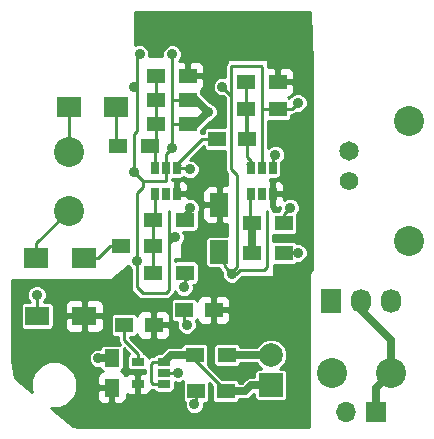
<source format=gbr>
G04 #@! TF.FileFunction,Copper,L1,Top,Signal*
%FSLAX46Y46*%
G04 Gerber Fmt 4.6, Leading zero omitted, Abs format (unit mm)*
G04 Created by KiCad (PCBNEW 4.0.1-stable) date 1/4/2017 6:58:48 PM*
%MOMM*%
G01*
G04 APERTURE LIST*
%ADD10C,0.150000*%
%ADD11R,2.000000X1.700000*%
%ADD12R,1.500000X1.250000*%
%ADD13R,1.250000X1.500000*%
%ADD14R,1.500000X1.300000*%
%ADD15C,2.540000*%
%ADD16R,0.650000X1.060000*%
%ADD17R,1.060000X0.650000*%
%ADD18R,2.000000X2.000000*%
%ADD19C,2.000000*%
%ADD20C,1.574800*%
%ADD21C,1.651000*%
%ADD22R,1.727200X2.032000*%
%ADD23O,1.727200X2.032000*%
%ADD24R,2.000000X1.600000*%
%ADD25R,1.600000X2.000000*%
%ADD26R,1.700000X1.700000*%
%ADD27O,1.700000X1.700000*%
%ADD28C,0.889000*%
%ADD29C,0.254000*%
%ADD30C,0.635000*%
G04 APERTURE END LIST*
D10*
D11*
X9250000Y-8500000D03*
X5250000Y-8500000D03*
X6500000Y-21250000D03*
X2500000Y-21250000D03*
D12*
X20300000Y-11176000D03*
X17800000Y-11176000D03*
D13*
X8890000Y-32238000D03*
X8890000Y-29738000D03*
D12*
X17506000Y-25654000D03*
X15006000Y-25654000D03*
X18522000Y-32512000D03*
X16022000Y-32512000D03*
X12426000Y-26924000D03*
X9926000Y-26924000D03*
D14*
X12100000Y-11750000D03*
X9400000Y-11750000D03*
X12350000Y-20250000D03*
X9650000Y-20250000D03*
X12620000Y-9906000D03*
X15320000Y-9906000D03*
X12620000Y-7874000D03*
X15320000Y-7874000D03*
X15100000Y-22500000D03*
X12400000Y-22500000D03*
X12400000Y-18000000D03*
X15100000Y-18000000D03*
X12620000Y-5842000D03*
X15320000Y-5842000D03*
X20240000Y-8636000D03*
X22940000Y-8636000D03*
X20240000Y-6350000D03*
X22940000Y-6350000D03*
X20748000Y-18288000D03*
X23448000Y-18288000D03*
X23448000Y-20828000D03*
X20748000Y-20828000D03*
X15922000Y-29464000D03*
X18622000Y-29464000D03*
D15*
X32512000Y-30988000D03*
X27512000Y-30988000D03*
X5240000Y-17242000D03*
X5240000Y-12242000D03*
D16*
X14412000Y-13632000D03*
X13462000Y-13632000D03*
X12512000Y-13632000D03*
X12512000Y-15832000D03*
X14412000Y-15832000D03*
X13462000Y-15832000D03*
X22540000Y-13632000D03*
X21590000Y-13632000D03*
X20640000Y-13632000D03*
X20640000Y-15832000D03*
X22540000Y-15832000D03*
X21590000Y-15832000D03*
D17*
X13292000Y-31938000D03*
X13292000Y-30988000D03*
X13292000Y-30038000D03*
X11092000Y-30038000D03*
X11092000Y-31938000D03*
D18*
X22352000Y-32004000D03*
D19*
X22352000Y-29464000D03*
D20*
X28956000Y-14732000D03*
D21*
X28956000Y-12192000D03*
D15*
X34036000Y-9652000D03*
X34036000Y-19812000D03*
D22*
X27432000Y-24892000D03*
D23*
X29972000Y-24892000D03*
X32512000Y-24892000D03*
D24*
X6572000Y-26162000D03*
X2572000Y-26162000D03*
D25*
X18000000Y-16750000D03*
X18000000Y-20750000D03*
D26*
X31242000Y-34290000D03*
D27*
X28702000Y-34290000D03*
D28*
X18250000Y-6750000D03*
X10750000Y-6750000D03*
X14250000Y-19500000D03*
X14000000Y-4000000D03*
X11250000Y-4000000D03*
X19050000Y-22606000D03*
X10750000Y-14000000D03*
X13970000Y-11938000D03*
X11000000Y-21500000D03*
X15000000Y-23750000D03*
X17018000Y-8890000D03*
X7750000Y-29750000D03*
X15240000Y-26924000D03*
X2540000Y-24384000D03*
X14478000Y-30988000D03*
X24638000Y-8128000D03*
X24638000Y-20828000D03*
X15875000Y-33655000D03*
X15500000Y-17000000D03*
X15500000Y-13750000D03*
X24000000Y-17000000D03*
X22750000Y-12500000D03*
D29*
X15320000Y-9906000D02*
X13970000Y-9906000D01*
X15320000Y-7874000D02*
X13970000Y-7874000D01*
X22940000Y-8636000D02*
X21590000Y-8636000D01*
X19000000Y-10000000D02*
X19000000Y-7500000D01*
X19000000Y-7500000D02*
X18250000Y-6750000D01*
X11000000Y-7500000D02*
X11000000Y-7000000D01*
X11000000Y-7000000D02*
X10750000Y-6750000D01*
X13750000Y-20000000D02*
X14250000Y-19500000D01*
X13750000Y-22750000D02*
X13750000Y-20000000D01*
X13970000Y-11938000D02*
X13970000Y-9906000D01*
X13970000Y-9906000D02*
X13970000Y-7874000D01*
X13970000Y-7874000D02*
X13970000Y-4030000D01*
X13970000Y-4030000D02*
X14000000Y-4000000D01*
X11000000Y-10500000D02*
X11000000Y-7500000D01*
X11000000Y-7500000D02*
X11000000Y-4250000D01*
X10750000Y-14000000D02*
X10750000Y-10750000D01*
X10750000Y-10750000D02*
X11000000Y-10500000D01*
X11000000Y-4250000D02*
X11250000Y-4000000D01*
X19050000Y-22606000D02*
X19394000Y-22606000D01*
X22000000Y-22000000D02*
X22000000Y-17250000D01*
X21750000Y-22250000D02*
X22000000Y-22000000D01*
X19750000Y-22250000D02*
X21750000Y-22250000D01*
X19394000Y-22606000D02*
X19750000Y-22250000D01*
X19050000Y-22606000D02*
X19050000Y-22450000D01*
X18542000Y-22098000D02*
X19050000Y-22606000D01*
X18000000Y-20750000D02*
X18542000Y-22098000D01*
X19500000Y-14250000D02*
X19000000Y-13750000D01*
X19500000Y-22000000D02*
X19500000Y-14250000D01*
X19050000Y-22450000D02*
X19500000Y-22000000D01*
X21590000Y-5090000D02*
X21500000Y-5000000D01*
X21590000Y-8636000D02*
X21590000Y-5090000D01*
X19000000Y-5000000D02*
X19000000Y-10000000D01*
X21500000Y-5000000D02*
X19000000Y-5000000D01*
X19000000Y-10000000D02*
X19000000Y-11250000D01*
X19000000Y-11250000D02*
X19000000Y-13750000D01*
X21590000Y-13632000D02*
X21590000Y-12700000D01*
X21590000Y-12700000D02*
X21590000Y-8636000D01*
X13462000Y-12446000D02*
X13970000Y-11938000D01*
X13462000Y-13632000D02*
X13462000Y-12446000D01*
X11000000Y-21500000D02*
X11000000Y-23750000D01*
X11500000Y-15250000D02*
X11000000Y-15750000D01*
X11000000Y-15750000D02*
X11000000Y-21500000D01*
X11500000Y-14750000D02*
X11500000Y-15250000D01*
X13750000Y-24000000D02*
X13750000Y-22750000D01*
X13750000Y-22750000D02*
X13750000Y-17250000D01*
X13500000Y-24250000D02*
X13750000Y-24000000D01*
X12750000Y-24250000D02*
X13500000Y-24250000D01*
X11500000Y-24250000D02*
X12750000Y-24250000D01*
X11000000Y-23750000D02*
X11500000Y-24250000D01*
X13462000Y-13632000D02*
X13462000Y-14712000D01*
X11500000Y-14750000D02*
X10750000Y-14000000D01*
X13424000Y-14750000D02*
X11500000Y-14750000D01*
X13462000Y-14712000D02*
X13424000Y-14750000D01*
X15100000Y-22500000D02*
X15100000Y-23650000D01*
X15100000Y-23650000D02*
X15000000Y-23750000D01*
X15320000Y-22930000D02*
X15250000Y-23000000D01*
D30*
X15320000Y-7874000D02*
X16002000Y-7874000D01*
X16002000Y-7874000D02*
X17018000Y-8890000D01*
X15320000Y-9906000D02*
X16002000Y-9906000D01*
X16002000Y-9906000D02*
X17018000Y-8890000D01*
X8890000Y-29738000D02*
X7762000Y-29738000D01*
X7762000Y-29738000D02*
X7750000Y-29750000D01*
D29*
X15006000Y-25654000D02*
X15006000Y-26690000D01*
X15006000Y-26690000D02*
X15240000Y-26924000D01*
X2572000Y-26162000D02*
X2572000Y-24416000D01*
X2572000Y-24416000D02*
X2540000Y-24384000D01*
X13292000Y-30988000D02*
X14478000Y-30988000D01*
X8890000Y-29738000D02*
X8890000Y-29718000D01*
X22940000Y-8636000D02*
X24130000Y-8636000D01*
X24130000Y-8636000D02*
X24638000Y-8128000D01*
X16002000Y-9906000D02*
X17018000Y-8890000D01*
X16002000Y-7874000D02*
X17018000Y-8890000D01*
X23448000Y-20828000D02*
X24638000Y-20828000D01*
X16022000Y-32512000D02*
X16022000Y-33508000D01*
X16022000Y-33508000D02*
X15875000Y-33655000D01*
X22540000Y-15832000D02*
X24918000Y-15832000D01*
X24918000Y-15832000D02*
X25000000Y-15750000D01*
X9250000Y-8500000D02*
X9250000Y-11600000D01*
X9250000Y-11600000D02*
X9400000Y-11750000D01*
X9650000Y-20250000D02*
X8750000Y-20250000D01*
X7750000Y-21250000D02*
X6500000Y-21250000D01*
X8750000Y-20250000D02*
X7750000Y-21250000D01*
D30*
X15922000Y-29464000D02*
X13866000Y-29464000D01*
X13866000Y-29464000D02*
X13292000Y-30038000D01*
X22352000Y-32004000D02*
X20701000Y-32004000D01*
X20701000Y-32004000D02*
X20193000Y-32512000D01*
X20193000Y-32512000D02*
X18522000Y-32512000D01*
D29*
X13866000Y-29464000D02*
X13292000Y-30038000D01*
X13292000Y-31938000D02*
X12380000Y-31938000D01*
X12380000Y-31938000D02*
X12192000Y-31750000D01*
X12192000Y-31750000D02*
X12192000Y-30226000D01*
X12192000Y-30226000D02*
X12380000Y-30038000D01*
X12380000Y-30038000D02*
X13292000Y-30038000D01*
X18522000Y-32512000D02*
X20193000Y-32512000D01*
X20193000Y-32512000D02*
X20701000Y-32004000D01*
X15922000Y-29464000D02*
X15922000Y-29912000D01*
X15922000Y-29912000D02*
X18522000Y-32512000D01*
X11092000Y-30038000D02*
X11092000Y-29380000D01*
X9926000Y-28214000D02*
X9926000Y-26924000D01*
X11092000Y-29380000D02*
X9926000Y-28214000D01*
D30*
X31242000Y-34290000D02*
X31242000Y-32258000D01*
X31242000Y-32258000D02*
X32512000Y-30988000D01*
X29972000Y-24892000D02*
X29972000Y-25654000D01*
X29972000Y-25654000D02*
X32512000Y-28194000D01*
X32512000Y-28194000D02*
X32512000Y-30988000D01*
D29*
X29972000Y-24892000D02*
X29972000Y-25908000D01*
X32512000Y-30988000D02*
X32512000Y-30734000D01*
D30*
X18622000Y-29464000D02*
X22352000Y-29464000D01*
D29*
X5240000Y-12242000D02*
X5240000Y-8510000D01*
X5240000Y-8510000D02*
X5250000Y-8500000D01*
X2500000Y-21250000D02*
X2500000Y-19982000D01*
X2500000Y-19982000D02*
X5240000Y-17242000D01*
X20240000Y-8636000D02*
X20240000Y-11116000D01*
X20240000Y-11116000D02*
X20300000Y-11176000D01*
X20640000Y-13632000D02*
X20640000Y-13020000D01*
X20300000Y-12680000D02*
X20300000Y-8696000D01*
X20640000Y-13020000D02*
X20300000Y-12680000D01*
X20300000Y-8696000D02*
X20240000Y-8636000D01*
X20240000Y-8636000D02*
X20240000Y-6350000D01*
X20320000Y-13312000D02*
X20640000Y-13632000D01*
X14412000Y-13632000D02*
X15382000Y-13632000D01*
X15500000Y-17000000D02*
X15100000Y-17400000D01*
X15382000Y-13632000D02*
X15500000Y-13750000D01*
X15100000Y-17400000D02*
X15100000Y-18000000D01*
X14412000Y-13632000D02*
X14412000Y-13274000D01*
X14412000Y-13274000D02*
X16510000Y-11176000D01*
X16510000Y-11176000D02*
X17800000Y-11176000D01*
X14412000Y-13632000D02*
X14662000Y-13382000D01*
X14412000Y-13632000D02*
X14478000Y-13566000D01*
X12512000Y-15832000D02*
X12512000Y-17888000D01*
X12512000Y-17888000D02*
X12400000Y-18000000D01*
X12350000Y-20250000D02*
X12350000Y-18050000D01*
X12350000Y-18050000D02*
X12400000Y-18000000D01*
X12400000Y-22500000D02*
X12400000Y-20300000D01*
X12400000Y-20300000D02*
X12350000Y-20250000D01*
D30*
X20748000Y-18288000D02*
X20748000Y-20828000D01*
D29*
X20748000Y-18288000D02*
X20574000Y-18114000D01*
X20574000Y-18114000D02*
X20574000Y-15898000D01*
X20574000Y-15898000D02*
X20640000Y-15832000D01*
X23448000Y-17552000D02*
X23448000Y-18288000D01*
X24000000Y-17000000D02*
X23448000Y-17552000D01*
X22540000Y-13632000D02*
X22540000Y-12710000D01*
X22540000Y-12710000D02*
X22750000Y-12500000D01*
X12620000Y-5842000D02*
X12620000Y-7874000D01*
X12620000Y-7874000D02*
X12620000Y-9906000D01*
X12620000Y-9906000D02*
X12620000Y-11230000D01*
X12620000Y-11230000D02*
X12100000Y-11750000D01*
X12512000Y-13632000D02*
X12512000Y-12162000D01*
X12512000Y-12162000D02*
X12100000Y-11750000D01*
X12700000Y-13444000D02*
X12512000Y-13632000D01*
G36*
X25873000Y-4753331D02*
X25873000Y-22197394D01*
X25660197Y-22410197D01*
X25632334Y-22452211D01*
X25623000Y-22500000D01*
X25623000Y-35569000D01*
X6042453Y-35569000D01*
X5567909Y-35474607D01*
X3775345Y-33980804D01*
X4392316Y-33981343D01*
X5120680Y-33680389D01*
X5678431Y-33123611D01*
X5927514Y-32523750D01*
X7630000Y-32523750D01*
X7630000Y-33114309D01*
X7726673Y-33347698D01*
X7905301Y-33526327D01*
X8138690Y-33623000D01*
X8604250Y-33623000D01*
X8763000Y-33464250D01*
X8763000Y-32365000D01*
X7788750Y-32365000D01*
X7630000Y-32523750D01*
X5927514Y-32523750D01*
X5980655Y-32395774D01*
X5981343Y-31607684D01*
X5680389Y-30879320D01*
X5123611Y-30321569D01*
X4395774Y-30019345D01*
X3607684Y-30018657D01*
X2879320Y-30319611D01*
X2321569Y-30876389D01*
X2019345Y-31604226D01*
X2018657Y-32392316D01*
X2097166Y-32582322D01*
X725778Y-31439498D01*
X431000Y-29957552D01*
X431000Y-29913482D01*
X6924357Y-29913482D01*
X7049767Y-30216998D01*
X7281781Y-30449417D01*
X7585077Y-30575357D01*
X7893024Y-30575625D01*
X7903103Y-30629190D01*
X7986546Y-30758865D01*
X8113866Y-30845859D01*
X8149130Y-30853000D01*
X8138690Y-30853000D01*
X7905301Y-30949673D01*
X7726673Y-31128302D01*
X7630000Y-31361691D01*
X7630000Y-31952250D01*
X7788750Y-32111000D01*
X8763000Y-32111000D01*
X8763000Y-32091000D01*
X9017000Y-32091000D01*
X9017000Y-32111000D01*
X9037000Y-32111000D01*
X9037000Y-32365000D01*
X9017000Y-32365000D01*
X9017000Y-33464250D01*
X9175750Y-33623000D01*
X9641310Y-33623000D01*
X9874699Y-33526327D01*
X10053327Y-33347698D01*
X10150000Y-33114309D01*
X10150000Y-32749025D01*
X10202302Y-32801327D01*
X10435691Y-32898000D01*
X10806250Y-32898000D01*
X10965000Y-32739250D01*
X10965000Y-32065000D01*
X10945000Y-32065000D01*
X10945000Y-31811000D01*
X10965000Y-31811000D01*
X10965000Y-31136750D01*
X10806250Y-30978000D01*
X10435691Y-30978000D01*
X10202302Y-31074673D01*
X10081253Y-31195721D01*
X10053327Y-31128302D01*
X9874699Y-30949673D01*
X9641310Y-30853000D01*
X9639699Y-30853000D01*
X9656190Y-30849897D01*
X9785865Y-30766454D01*
X9872859Y-30639134D01*
X9903464Y-30488000D01*
X9903464Y-28988000D01*
X9885358Y-28891778D01*
X10374489Y-29380909D01*
X10291135Y-29434546D01*
X10204141Y-29561866D01*
X10173536Y-29713000D01*
X10173536Y-30363000D01*
X10200103Y-30504190D01*
X10283546Y-30633865D01*
X10410866Y-30720859D01*
X10562000Y-30751464D01*
X11622000Y-30751464D01*
X11684000Y-30739798D01*
X11684000Y-30978000D01*
X11377750Y-30978000D01*
X11219000Y-31136750D01*
X11219000Y-31811000D01*
X11239000Y-31811000D01*
X11239000Y-32065000D01*
X11219000Y-32065000D01*
X11219000Y-32739250D01*
X11377750Y-32898000D01*
X11748309Y-32898000D01*
X11981698Y-32801327D01*
X12160327Y-32622699D01*
X12244668Y-32419081D01*
X12380000Y-32446000D01*
X12427007Y-32446000D01*
X12483546Y-32533865D01*
X12610866Y-32620859D01*
X12762000Y-32651464D01*
X13822000Y-32651464D01*
X13963190Y-32624897D01*
X14092865Y-32541454D01*
X14179859Y-32414134D01*
X14210464Y-32263000D01*
X14210464Y-31770748D01*
X14313077Y-31813357D01*
X14641482Y-31813643D01*
X14944998Y-31688233D01*
X14950311Y-31682929D01*
X14914141Y-31735866D01*
X14883536Y-31887000D01*
X14883536Y-33137000D01*
X14910103Y-33278190D01*
X14993546Y-33407865D01*
X15063837Y-33455893D01*
X15049643Y-33490077D01*
X15049357Y-33818482D01*
X15174767Y-34121998D01*
X15406781Y-34354417D01*
X15710077Y-34480357D01*
X16038482Y-34480643D01*
X16341998Y-34355233D01*
X16574417Y-34123219D01*
X16700357Y-33819923D01*
X16700613Y-33525464D01*
X16772000Y-33525464D01*
X16913190Y-33498897D01*
X17042865Y-33415454D01*
X17129859Y-33288134D01*
X17160464Y-33137000D01*
X17160464Y-31887000D01*
X17156265Y-31864685D01*
X17383536Y-32091956D01*
X17383536Y-33137000D01*
X17410103Y-33278190D01*
X17493546Y-33407865D01*
X17620866Y-33494859D01*
X17772000Y-33525464D01*
X19272000Y-33525464D01*
X19413190Y-33498897D01*
X19542865Y-33415454D01*
X19629859Y-33288134D01*
X19645580Y-33210500D01*
X20193000Y-33210500D01*
X20460305Y-33157330D01*
X20686914Y-33005914D01*
X20963536Y-32729292D01*
X20963536Y-33004000D01*
X20990103Y-33145190D01*
X21073546Y-33274865D01*
X21200866Y-33361859D01*
X21352000Y-33392464D01*
X23352000Y-33392464D01*
X23493190Y-33365897D01*
X23622865Y-33282454D01*
X23709859Y-33155134D01*
X23740464Y-33004000D01*
X23740464Y-31004000D01*
X23713897Y-30862810D01*
X23630454Y-30733135D01*
X23503134Y-30646141D01*
X23352000Y-30615536D01*
X23153187Y-30615536D01*
X23522072Y-30247295D01*
X23732759Y-29739903D01*
X23733239Y-29190507D01*
X23523437Y-28682749D01*
X23135295Y-28293928D01*
X22627903Y-28083241D01*
X22078507Y-28082761D01*
X21570749Y-28292563D01*
X21181928Y-28680705D01*
X21146718Y-28765500D01*
X19751338Y-28765500D01*
X19733897Y-28672810D01*
X19650454Y-28543135D01*
X19523134Y-28456141D01*
X19372000Y-28425536D01*
X17872000Y-28425536D01*
X17730810Y-28452103D01*
X17601135Y-28535546D01*
X17514141Y-28662866D01*
X17483536Y-28814000D01*
X17483536Y-30114000D01*
X17510103Y-30255190D01*
X17593546Y-30384865D01*
X17720866Y-30471859D01*
X17872000Y-30502464D01*
X19372000Y-30502464D01*
X19513190Y-30475897D01*
X19642865Y-30392454D01*
X19729859Y-30265134D01*
X19750643Y-30162500D01*
X21146371Y-30162500D01*
X21180563Y-30245251D01*
X21550201Y-30615536D01*
X21352000Y-30615536D01*
X21210810Y-30642103D01*
X21081135Y-30725546D01*
X20994141Y-30852866D01*
X20963536Y-31004000D01*
X20963536Y-31305500D01*
X20701000Y-31305500D01*
X20433696Y-31358670D01*
X20279252Y-31461866D01*
X20207086Y-31510086D01*
X19903672Y-31813500D01*
X19646634Y-31813500D01*
X19633897Y-31745810D01*
X19550454Y-31616135D01*
X19423134Y-31529141D01*
X19272000Y-31498536D01*
X18226956Y-31498536D01*
X17015122Y-30286702D01*
X17029859Y-30265134D01*
X17060464Y-30114000D01*
X17060464Y-28814000D01*
X17033897Y-28672810D01*
X16950454Y-28543135D01*
X16823134Y-28456141D01*
X16672000Y-28425536D01*
X15172000Y-28425536D01*
X15030810Y-28452103D01*
X14901135Y-28535546D01*
X14814141Y-28662866D01*
X14793357Y-28765500D01*
X13866000Y-28765500D01*
X13598696Y-28818670D01*
X13372086Y-28970086D01*
X13017636Y-29324536D01*
X12762000Y-29324536D01*
X12620810Y-29351103D01*
X12491135Y-29434546D01*
X12425914Y-29530000D01*
X12380000Y-29530000D01*
X12185596Y-29568669D01*
X12020790Y-29678790D01*
X12006682Y-29692898D01*
X11983897Y-29571810D01*
X11900454Y-29442135D01*
X11773134Y-29355141D01*
X11622000Y-29324536D01*
X11588968Y-29324536D01*
X11561331Y-29185597D01*
X11451210Y-29020790D01*
X10434000Y-28003580D01*
X10434000Y-27937464D01*
X10676000Y-27937464D01*
X10817190Y-27910897D01*
X10946865Y-27827454D01*
X11033859Y-27700134D01*
X11041000Y-27664870D01*
X11041000Y-27675310D01*
X11137673Y-27908699D01*
X11316302Y-28087327D01*
X11549691Y-28184000D01*
X12140250Y-28184000D01*
X12299000Y-28025250D01*
X12299000Y-27051000D01*
X12553000Y-27051000D01*
X12553000Y-28025250D01*
X12711750Y-28184000D01*
X13302309Y-28184000D01*
X13535698Y-28087327D01*
X13714327Y-27908699D01*
X13811000Y-27675310D01*
X13811000Y-27209750D01*
X13652250Y-27051000D01*
X12553000Y-27051000D01*
X12299000Y-27051000D01*
X12279000Y-27051000D01*
X12279000Y-26797000D01*
X12299000Y-26797000D01*
X12299000Y-25822750D01*
X12553000Y-25822750D01*
X12553000Y-26797000D01*
X13652250Y-26797000D01*
X13811000Y-26638250D01*
X13811000Y-26172690D01*
X13714327Y-25939301D01*
X13535698Y-25760673D01*
X13302309Y-25664000D01*
X12711750Y-25664000D01*
X12553000Y-25822750D01*
X12299000Y-25822750D01*
X12140250Y-25664000D01*
X11549691Y-25664000D01*
X11316302Y-25760673D01*
X11137673Y-25939301D01*
X11041000Y-26172690D01*
X11041000Y-26174301D01*
X11037897Y-26157810D01*
X10954454Y-26028135D01*
X10827134Y-25941141D01*
X10676000Y-25910536D01*
X9176000Y-25910536D01*
X9034810Y-25937103D01*
X8905135Y-26020546D01*
X8818141Y-26147866D01*
X8787536Y-26299000D01*
X8787536Y-27549000D01*
X8814103Y-27690190D01*
X8897546Y-27819865D01*
X9024866Y-27906859D01*
X9176000Y-27937464D01*
X9418000Y-27937464D01*
X9418000Y-28214000D01*
X9456669Y-28408403D01*
X9566790Y-28573210D01*
X9612951Y-28619371D01*
X9515000Y-28599536D01*
X8265000Y-28599536D01*
X8123810Y-28626103D01*
X7994135Y-28709546D01*
X7907141Y-28836866D01*
X7889370Y-28924621D01*
X7586518Y-28924357D01*
X7283002Y-29049767D01*
X7050583Y-29281781D01*
X6924643Y-29585077D01*
X6924357Y-29913482D01*
X431000Y-29913482D01*
X431000Y-25362000D01*
X1183536Y-25362000D01*
X1183536Y-26962000D01*
X1210103Y-27103190D01*
X1293546Y-27232865D01*
X1420866Y-27319859D01*
X1572000Y-27350464D01*
X3572000Y-27350464D01*
X3713190Y-27323897D01*
X3842865Y-27240454D01*
X3929859Y-27113134D01*
X3960464Y-26962000D01*
X3960464Y-26447750D01*
X4937000Y-26447750D01*
X4937000Y-27088310D01*
X5033673Y-27321699D01*
X5212302Y-27500327D01*
X5445691Y-27597000D01*
X6286250Y-27597000D01*
X6445000Y-27438250D01*
X6445000Y-26289000D01*
X6699000Y-26289000D01*
X6699000Y-27438250D01*
X6857750Y-27597000D01*
X7698309Y-27597000D01*
X7931698Y-27500327D01*
X8110327Y-27321699D01*
X8207000Y-27088310D01*
X8207000Y-26447750D01*
X8048250Y-26289000D01*
X6699000Y-26289000D01*
X6445000Y-26289000D01*
X5095750Y-26289000D01*
X4937000Y-26447750D01*
X3960464Y-26447750D01*
X3960464Y-25362000D01*
X3936697Y-25235690D01*
X4937000Y-25235690D01*
X4937000Y-25876250D01*
X5095750Y-26035000D01*
X6445000Y-26035000D01*
X6445000Y-24885750D01*
X6699000Y-24885750D01*
X6699000Y-26035000D01*
X8048250Y-26035000D01*
X8207000Y-25876250D01*
X8207000Y-25235690D01*
X8121387Y-25029000D01*
X13867536Y-25029000D01*
X13867536Y-26279000D01*
X13894103Y-26420190D01*
X13977546Y-26549865D01*
X14104866Y-26636859D01*
X14256000Y-26667464D01*
X14452684Y-26667464D01*
X14414643Y-26759077D01*
X14414357Y-27087482D01*
X14539767Y-27390998D01*
X14771781Y-27623417D01*
X15075077Y-27749357D01*
X15403482Y-27749643D01*
X15706998Y-27624233D01*
X15939417Y-27392219D01*
X16065357Y-27088923D01*
X16065643Y-26760518D01*
X15991217Y-26580393D01*
X16026865Y-26557454D01*
X16113859Y-26430134D01*
X16121000Y-26394870D01*
X16121000Y-26405310D01*
X16217673Y-26638699D01*
X16396302Y-26817327D01*
X16629691Y-26914000D01*
X17220250Y-26914000D01*
X17379000Y-26755250D01*
X17379000Y-25781000D01*
X17633000Y-25781000D01*
X17633000Y-26755250D01*
X17791750Y-26914000D01*
X18382309Y-26914000D01*
X18615698Y-26817327D01*
X18794327Y-26638699D01*
X18891000Y-26405310D01*
X18891000Y-25939750D01*
X18732250Y-25781000D01*
X17633000Y-25781000D01*
X17379000Y-25781000D01*
X17359000Y-25781000D01*
X17359000Y-25527000D01*
X17379000Y-25527000D01*
X17379000Y-24552750D01*
X17633000Y-24552750D01*
X17633000Y-25527000D01*
X18732250Y-25527000D01*
X18891000Y-25368250D01*
X18891000Y-24902690D01*
X18794327Y-24669301D01*
X18615698Y-24490673D01*
X18382309Y-24394000D01*
X17791750Y-24394000D01*
X17633000Y-24552750D01*
X17379000Y-24552750D01*
X17220250Y-24394000D01*
X16629691Y-24394000D01*
X16396302Y-24490673D01*
X16217673Y-24669301D01*
X16121000Y-24902690D01*
X16121000Y-24904301D01*
X16117897Y-24887810D01*
X16034454Y-24758135D01*
X15907134Y-24671141D01*
X15756000Y-24640536D01*
X14256000Y-24640536D01*
X14114810Y-24667103D01*
X13985135Y-24750546D01*
X13898141Y-24877866D01*
X13867536Y-25029000D01*
X8121387Y-25029000D01*
X8110327Y-25002301D01*
X7931698Y-24823673D01*
X7698309Y-24727000D01*
X6857750Y-24727000D01*
X6699000Y-24885750D01*
X6445000Y-24885750D01*
X6286250Y-24727000D01*
X5445691Y-24727000D01*
X5212302Y-24823673D01*
X5033673Y-25002301D01*
X4937000Y-25235690D01*
X3936697Y-25235690D01*
X3933897Y-25220810D01*
X3850454Y-25091135D01*
X3723134Y-25004141D01*
X3572000Y-24973536D01*
X3117888Y-24973536D01*
X3239417Y-24852219D01*
X3365357Y-24548923D01*
X3365643Y-24220518D01*
X3240233Y-23917002D01*
X3008219Y-23684583D01*
X2704923Y-23558643D01*
X2376518Y-23558357D01*
X2073002Y-23683767D01*
X1840583Y-23915781D01*
X1714643Y-24219077D01*
X1714357Y-24547482D01*
X1839767Y-24850998D01*
X1962091Y-24973536D01*
X1572000Y-24973536D01*
X1430810Y-25000103D01*
X1301135Y-25083546D01*
X1214141Y-25210866D01*
X1183536Y-25362000D01*
X431000Y-25362000D01*
X431000Y-23127000D01*
X8750000Y-23127000D01*
X8782826Y-23122684D01*
X8827970Y-23100248D01*
X10296177Y-21958309D01*
X10299767Y-21966998D01*
X10492000Y-22159567D01*
X10492000Y-23750000D01*
X10530669Y-23944403D01*
X10640790Y-24109210D01*
X11140790Y-24609210D01*
X11305597Y-24719331D01*
X11500000Y-24758000D01*
X13500000Y-24758000D01*
X13694403Y-24719331D01*
X13859210Y-24609210D01*
X14109210Y-24359211D01*
X14219331Y-24194404D01*
X14226572Y-24158000D01*
X14242436Y-24078246D01*
X14299767Y-24216998D01*
X14531781Y-24449417D01*
X14835077Y-24575357D01*
X15163482Y-24575643D01*
X15466998Y-24450233D01*
X15699417Y-24218219D01*
X15825357Y-23914923D01*
X15825643Y-23586518D01*
X15805788Y-23538464D01*
X15850000Y-23538464D01*
X15991190Y-23511897D01*
X16120865Y-23428454D01*
X16207859Y-23301134D01*
X16238464Y-23150000D01*
X16238464Y-21850000D01*
X16211897Y-21708810D01*
X16128454Y-21579135D01*
X16001134Y-21492141D01*
X15850000Y-21461536D01*
X14350000Y-21461536D01*
X14258000Y-21478847D01*
X14258000Y-21377000D01*
X14750000Y-21377000D01*
X14796159Y-21368315D01*
X14838553Y-21341035D01*
X14866994Y-21299410D01*
X14877000Y-21250000D01*
X14877000Y-20040510D01*
X14949417Y-19968219D01*
X15075357Y-19664923D01*
X15075643Y-19336518D01*
X14952490Y-19038464D01*
X15850000Y-19038464D01*
X15991190Y-19011897D01*
X16120865Y-18928454D01*
X16207859Y-18801134D01*
X16238464Y-18650000D01*
X16238464Y-17374184D01*
X16325357Y-17164923D01*
X16325469Y-17035750D01*
X16565000Y-17035750D01*
X16565000Y-17876309D01*
X16661673Y-18109698D01*
X16840301Y-18288327D01*
X17073690Y-18385000D01*
X17714250Y-18385000D01*
X17873000Y-18226250D01*
X17873000Y-16877000D01*
X16723750Y-16877000D01*
X16565000Y-17035750D01*
X16325469Y-17035750D01*
X16325643Y-16836518D01*
X16200233Y-16533002D01*
X15968219Y-16300583D01*
X15664923Y-16174643D01*
X15372000Y-16174388D01*
X15372000Y-16117750D01*
X15213250Y-15959000D01*
X14539000Y-15959000D01*
X14539000Y-15979000D01*
X14285000Y-15979000D01*
X14285000Y-15959000D01*
X14265000Y-15959000D01*
X14265000Y-15705000D01*
X14285000Y-15705000D01*
X14285000Y-14825750D01*
X14539000Y-14825750D01*
X14539000Y-15705000D01*
X15213250Y-15705000D01*
X15294559Y-15623691D01*
X16565000Y-15623691D01*
X16565000Y-16464250D01*
X16723750Y-16623000D01*
X17873000Y-16623000D01*
X17873000Y-15273750D01*
X17714250Y-15115000D01*
X17073690Y-15115000D01*
X16840301Y-15211673D01*
X16661673Y-15390302D01*
X16565000Y-15623691D01*
X15294559Y-15623691D01*
X15372000Y-15546250D01*
X15372000Y-15175691D01*
X15275327Y-14942302D01*
X15096699Y-14763673D01*
X14863310Y-14667000D01*
X14697750Y-14667000D01*
X14539000Y-14825750D01*
X14285000Y-14825750D01*
X14126250Y-14667000D01*
X13970000Y-14667000D01*
X13970000Y-14526771D01*
X14087000Y-14550464D01*
X14737000Y-14550464D01*
X14878190Y-14523897D01*
X15007865Y-14440454D01*
X15013947Y-14431552D01*
X15031781Y-14449417D01*
X15335077Y-14575357D01*
X15663482Y-14575643D01*
X15966998Y-14450233D01*
X16199417Y-14218219D01*
X16325357Y-13914923D01*
X16325643Y-13586518D01*
X16200233Y-13283002D01*
X15968219Y-13050583D01*
X15664923Y-12924643D01*
X15479938Y-12924482D01*
X16661536Y-11742884D01*
X16661536Y-11801000D01*
X16688103Y-11942190D01*
X16771546Y-12071865D01*
X16898866Y-12158859D01*
X17050000Y-12189464D01*
X18492000Y-12189464D01*
X18492000Y-13750000D01*
X18530669Y-13944403D01*
X18623000Y-14082586D01*
X18623000Y-15115000D01*
X18285750Y-15115000D01*
X18127000Y-15273750D01*
X18127000Y-16623000D01*
X18147000Y-16623000D01*
X18147000Y-16877000D01*
X18127000Y-16877000D01*
X18127000Y-18226250D01*
X18285750Y-18385000D01*
X18623000Y-18385000D01*
X18623000Y-19361536D01*
X17200000Y-19361536D01*
X17058810Y-19388103D01*
X16929135Y-19471546D01*
X16842141Y-19598866D01*
X16811536Y-19750000D01*
X16811536Y-21750000D01*
X16838103Y-21891190D01*
X16921546Y-22020865D01*
X17048866Y-22107859D01*
X17200000Y-22138464D01*
X18010744Y-22138464D01*
X18070672Y-22287510D01*
X18072144Y-22289763D01*
X18072669Y-22292403D01*
X18126273Y-22372626D01*
X18179072Y-22453454D01*
X18181296Y-22454973D01*
X18182790Y-22457210D01*
X18224593Y-22499013D01*
X18224357Y-22769482D01*
X18349767Y-23072998D01*
X18581781Y-23305417D01*
X18885077Y-23431357D01*
X19213482Y-23431643D01*
X19516998Y-23306233D01*
X19749417Y-23074219D01*
X19824131Y-22894289D01*
X19841420Y-22877000D01*
X22500000Y-22877000D01*
X22551484Y-22866097D01*
X22592596Y-22836920D01*
X22619117Y-22794047D01*
X22626869Y-22744233D01*
X22585939Y-21843771D01*
X22698000Y-21866464D01*
X24198000Y-21866464D01*
X24339190Y-21839897D01*
X24468865Y-21756454D01*
X24539269Y-21653415D01*
X24801482Y-21653643D01*
X25104998Y-21528233D01*
X25337417Y-21296219D01*
X25463357Y-20992923D01*
X25463643Y-20664518D01*
X25338233Y-20361002D01*
X25106219Y-20128583D01*
X24802923Y-20002643D01*
X24537763Y-20002412D01*
X24476454Y-19907135D01*
X24349134Y-19820141D01*
X24198000Y-19789536D01*
X22698000Y-19789536D01*
X22556810Y-19816103D01*
X22508000Y-19847511D01*
X22508000Y-19269303D01*
X22546866Y-19295859D01*
X22698000Y-19326464D01*
X24198000Y-19326464D01*
X24339190Y-19299897D01*
X24468865Y-19216454D01*
X24555859Y-19089134D01*
X24586464Y-18938000D01*
X24586464Y-17638000D01*
X24577431Y-17589993D01*
X24699417Y-17468219D01*
X24825357Y-17164923D01*
X24825643Y-16836518D01*
X24700233Y-16533002D01*
X24468219Y-16300583D01*
X24164923Y-16174643D01*
X23836518Y-16174357D01*
X23533002Y-16299767D01*
X23500000Y-16332711D01*
X23500000Y-16117750D01*
X23341250Y-15959000D01*
X22667000Y-15959000D01*
X22667000Y-16838250D01*
X22825750Y-16997000D01*
X22991310Y-16997000D01*
X23174568Y-16921092D01*
X23174406Y-17107174D01*
X23088790Y-17192790D01*
X23050873Y-17249536D01*
X22698000Y-17249536D01*
X22556810Y-17276103D01*
X22508000Y-17307511D01*
X22508000Y-17250000D01*
X22469331Y-17055597D01*
X22360920Y-16893349D01*
X22360788Y-16890462D01*
X22413000Y-16838250D01*
X22413000Y-15959000D01*
X22393000Y-15959000D01*
X22393000Y-15705000D01*
X22413000Y-15705000D01*
X22413000Y-14825750D01*
X22667000Y-14825750D01*
X22667000Y-15705000D01*
X23341250Y-15705000D01*
X23500000Y-15546250D01*
X23500000Y-15175691D01*
X23403327Y-14942302D01*
X23224699Y-14763673D01*
X22991310Y-14667000D01*
X22825750Y-14667000D01*
X22667000Y-14825750D01*
X22413000Y-14825750D01*
X22259983Y-14672733D01*
X22254425Y-14550464D01*
X22865000Y-14550464D01*
X23006190Y-14523897D01*
X23135865Y-14440454D01*
X23222859Y-14313134D01*
X23253464Y-14162000D01*
X23253464Y-13163831D01*
X23449417Y-12968219D01*
X23575357Y-12664923D01*
X23575643Y-12336518D01*
X23450233Y-12033002D01*
X23218219Y-11800583D01*
X22914923Y-11674643D01*
X22586518Y-11674357D01*
X22283002Y-11799767D01*
X22136061Y-11946452D01*
X22127000Y-11747115D01*
X22127000Y-9661706D01*
X22190000Y-9674464D01*
X23690000Y-9674464D01*
X23831190Y-9647897D01*
X23960865Y-9564454D01*
X24047859Y-9437134D01*
X24078464Y-9286000D01*
X24078464Y-9144000D01*
X24130000Y-9144000D01*
X24324403Y-9105331D01*
X24489210Y-8995210D01*
X24531013Y-8953407D01*
X24801482Y-8953643D01*
X25104998Y-8828233D01*
X25337417Y-8596219D01*
X25463357Y-8292923D01*
X25463643Y-7964518D01*
X25338233Y-7661002D01*
X25106219Y-7428583D01*
X24802923Y-7302643D01*
X24474518Y-7302357D01*
X24171002Y-7427767D01*
X23938583Y-7659781D01*
X23927280Y-7687002D01*
X23841134Y-7628141D01*
X23835582Y-7627017D01*
X24049698Y-7538327D01*
X24228327Y-7359699D01*
X24325000Y-7126310D01*
X24325000Y-6635750D01*
X24166250Y-6477000D01*
X23067000Y-6477000D01*
X23067000Y-6497000D01*
X22813000Y-6497000D01*
X22813000Y-6477000D01*
X22793000Y-6477000D01*
X22793000Y-6223000D01*
X22813000Y-6223000D01*
X22813000Y-5223750D01*
X23067000Y-5223750D01*
X23067000Y-6223000D01*
X24166250Y-6223000D01*
X24325000Y-6064250D01*
X24325000Y-5573690D01*
X24228327Y-5340301D01*
X24049698Y-5161673D01*
X23816309Y-5065000D01*
X23225750Y-5065000D01*
X23067000Y-5223750D01*
X22813000Y-5223750D01*
X22654250Y-5065000D01*
X22127000Y-5065000D01*
X22127000Y-4500000D01*
X22118315Y-4453841D01*
X22091035Y-4411447D01*
X22049410Y-4383006D01*
X22000000Y-4373000D01*
X18750000Y-4373000D01*
X18703841Y-4381685D01*
X18661447Y-4408965D01*
X18633006Y-4450590D01*
X18623000Y-4500000D01*
X18623000Y-4667414D01*
X18530669Y-4805597D01*
X18492000Y-5000000D01*
X18492000Y-5956648D01*
X18414923Y-5924643D01*
X18086518Y-5924357D01*
X17783002Y-6049767D01*
X17550583Y-6281781D01*
X17424643Y-6585077D01*
X17424357Y-6913482D01*
X17549767Y-7216998D01*
X17781781Y-7449417D01*
X18085077Y-7575357D01*
X18357174Y-7575594D01*
X18492000Y-7710420D01*
X18492000Y-10162536D01*
X17050000Y-10162536D01*
X16908810Y-10189103D01*
X16779135Y-10272546D01*
X16692141Y-10399866D01*
X16661536Y-10551000D01*
X16661536Y-10668000D01*
X16510000Y-10668000D01*
X16432669Y-10683382D01*
X16458464Y-10556000D01*
X16458464Y-10424937D01*
X16495914Y-10399914D01*
X17180186Y-9715642D01*
X17181482Y-9715643D01*
X17484998Y-9590233D01*
X17717417Y-9358219D01*
X17843357Y-9054923D01*
X17843643Y-8726518D01*
X17718233Y-8423002D01*
X17486219Y-8190583D01*
X17182923Y-8064643D01*
X17180469Y-8064641D01*
X16495914Y-7380086D01*
X16458464Y-7355063D01*
X16458464Y-7224000D01*
X16431897Y-7082810D01*
X16404770Y-7040653D01*
X16429698Y-7030327D01*
X16608327Y-6851699D01*
X16705000Y-6618310D01*
X16705000Y-6127750D01*
X16546250Y-5969000D01*
X15447000Y-5969000D01*
X15447000Y-5989000D01*
X15193000Y-5989000D01*
X15193000Y-5969000D01*
X15173000Y-5969000D01*
X15173000Y-5715000D01*
X15193000Y-5715000D01*
X15193000Y-4715750D01*
X15447000Y-4715750D01*
X15447000Y-5715000D01*
X16546250Y-5715000D01*
X16705000Y-5556250D01*
X16705000Y-5065690D01*
X16608327Y-4832301D01*
X16429698Y-4653673D01*
X16196309Y-4557000D01*
X15605750Y-4557000D01*
X15447000Y-4715750D01*
X15193000Y-4715750D01*
X15034250Y-4557000D01*
X14610481Y-4557000D01*
X14699417Y-4468219D01*
X14825357Y-4164923D01*
X14825643Y-3836518D01*
X14700233Y-3533002D01*
X14468219Y-3300583D01*
X14164923Y-3174643D01*
X13836518Y-3174357D01*
X13533002Y-3299767D01*
X13300583Y-3531781D01*
X13174643Y-3835077D01*
X13174392Y-4123000D01*
X12075394Y-4123000D01*
X12075643Y-3836518D01*
X11950233Y-3533002D01*
X11718219Y-3300583D01*
X11414923Y-3174643D01*
X11086518Y-3174357D01*
X10877000Y-3260928D01*
X10877000Y-431000D01*
X25645509Y-431000D01*
X25873000Y-4753331D01*
X25873000Y-4753331D01*
G37*
X25873000Y-4753331D02*
X25873000Y-22197394D01*
X25660197Y-22410197D01*
X25632334Y-22452211D01*
X25623000Y-22500000D01*
X25623000Y-35569000D01*
X6042453Y-35569000D01*
X5567909Y-35474607D01*
X3775345Y-33980804D01*
X4392316Y-33981343D01*
X5120680Y-33680389D01*
X5678431Y-33123611D01*
X5927514Y-32523750D01*
X7630000Y-32523750D01*
X7630000Y-33114309D01*
X7726673Y-33347698D01*
X7905301Y-33526327D01*
X8138690Y-33623000D01*
X8604250Y-33623000D01*
X8763000Y-33464250D01*
X8763000Y-32365000D01*
X7788750Y-32365000D01*
X7630000Y-32523750D01*
X5927514Y-32523750D01*
X5980655Y-32395774D01*
X5981343Y-31607684D01*
X5680389Y-30879320D01*
X5123611Y-30321569D01*
X4395774Y-30019345D01*
X3607684Y-30018657D01*
X2879320Y-30319611D01*
X2321569Y-30876389D01*
X2019345Y-31604226D01*
X2018657Y-32392316D01*
X2097166Y-32582322D01*
X725778Y-31439498D01*
X431000Y-29957552D01*
X431000Y-29913482D01*
X6924357Y-29913482D01*
X7049767Y-30216998D01*
X7281781Y-30449417D01*
X7585077Y-30575357D01*
X7893024Y-30575625D01*
X7903103Y-30629190D01*
X7986546Y-30758865D01*
X8113866Y-30845859D01*
X8149130Y-30853000D01*
X8138690Y-30853000D01*
X7905301Y-30949673D01*
X7726673Y-31128302D01*
X7630000Y-31361691D01*
X7630000Y-31952250D01*
X7788750Y-32111000D01*
X8763000Y-32111000D01*
X8763000Y-32091000D01*
X9017000Y-32091000D01*
X9017000Y-32111000D01*
X9037000Y-32111000D01*
X9037000Y-32365000D01*
X9017000Y-32365000D01*
X9017000Y-33464250D01*
X9175750Y-33623000D01*
X9641310Y-33623000D01*
X9874699Y-33526327D01*
X10053327Y-33347698D01*
X10150000Y-33114309D01*
X10150000Y-32749025D01*
X10202302Y-32801327D01*
X10435691Y-32898000D01*
X10806250Y-32898000D01*
X10965000Y-32739250D01*
X10965000Y-32065000D01*
X10945000Y-32065000D01*
X10945000Y-31811000D01*
X10965000Y-31811000D01*
X10965000Y-31136750D01*
X10806250Y-30978000D01*
X10435691Y-30978000D01*
X10202302Y-31074673D01*
X10081253Y-31195721D01*
X10053327Y-31128302D01*
X9874699Y-30949673D01*
X9641310Y-30853000D01*
X9639699Y-30853000D01*
X9656190Y-30849897D01*
X9785865Y-30766454D01*
X9872859Y-30639134D01*
X9903464Y-30488000D01*
X9903464Y-28988000D01*
X9885358Y-28891778D01*
X10374489Y-29380909D01*
X10291135Y-29434546D01*
X10204141Y-29561866D01*
X10173536Y-29713000D01*
X10173536Y-30363000D01*
X10200103Y-30504190D01*
X10283546Y-30633865D01*
X10410866Y-30720859D01*
X10562000Y-30751464D01*
X11622000Y-30751464D01*
X11684000Y-30739798D01*
X11684000Y-30978000D01*
X11377750Y-30978000D01*
X11219000Y-31136750D01*
X11219000Y-31811000D01*
X11239000Y-31811000D01*
X11239000Y-32065000D01*
X11219000Y-32065000D01*
X11219000Y-32739250D01*
X11377750Y-32898000D01*
X11748309Y-32898000D01*
X11981698Y-32801327D01*
X12160327Y-32622699D01*
X12244668Y-32419081D01*
X12380000Y-32446000D01*
X12427007Y-32446000D01*
X12483546Y-32533865D01*
X12610866Y-32620859D01*
X12762000Y-32651464D01*
X13822000Y-32651464D01*
X13963190Y-32624897D01*
X14092865Y-32541454D01*
X14179859Y-32414134D01*
X14210464Y-32263000D01*
X14210464Y-31770748D01*
X14313077Y-31813357D01*
X14641482Y-31813643D01*
X14944998Y-31688233D01*
X14950311Y-31682929D01*
X14914141Y-31735866D01*
X14883536Y-31887000D01*
X14883536Y-33137000D01*
X14910103Y-33278190D01*
X14993546Y-33407865D01*
X15063837Y-33455893D01*
X15049643Y-33490077D01*
X15049357Y-33818482D01*
X15174767Y-34121998D01*
X15406781Y-34354417D01*
X15710077Y-34480357D01*
X16038482Y-34480643D01*
X16341998Y-34355233D01*
X16574417Y-34123219D01*
X16700357Y-33819923D01*
X16700613Y-33525464D01*
X16772000Y-33525464D01*
X16913190Y-33498897D01*
X17042865Y-33415454D01*
X17129859Y-33288134D01*
X17160464Y-33137000D01*
X17160464Y-31887000D01*
X17156265Y-31864685D01*
X17383536Y-32091956D01*
X17383536Y-33137000D01*
X17410103Y-33278190D01*
X17493546Y-33407865D01*
X17620866Y-33494859D01*
X17772000Y-33525464D01*
X19272000Y-33525464D01*
X19413190Y-33498897D01*
X19542865Y-33415454D01*
X19629859Y-33288134D01*
X19645580Y-33210500D01*
X20193000Y-33210500D01*
X20460305Y-33157330D01*
X20686914Y-33005914D01*
X20963536Y-32729292D01*
X20963536Y-33004000D01*
X20990103Y-33145190D01*
X21073546Y-33274865D01*
X21200866Y-33361859D01*
X21352000Y-33392464D01*
X23352000Y-33392464D01*
X23493190Y-33365897D01*
X23622865Y-33282454D01*
X23709859Y-33155134D01*
X23740464Y-33004000D01*
X23740464Y-31004000D01*
X23713897Y-30862810D01*
X23630454Y-30733135D01*
X23503134Y-30646141D01*
X23352000Y-30615536D01*
X23153187Y-30615536D01*
X23522072Y-30247295D01*
X23732759Y-29739903D01*
X23733239Y-29190507D01*
X23523437Y-28682749D01*
X23135295Y-28293928D01*
X22627903Y-28083241D01*
X22078507Y-28082761D01*
X21570749Y-28292563D01*
X21181928Y-28680705D01*
X21146718Y-28765500D01*
X19751338Y-28765500D01*
X19733897Y-28672810D01*
X19650454Y-28543135D01*
X19523134Y-28456141D01*
X19372000Y-28425536D01*
X17872000Y-28425536D01*
X17730810Y-28452103D01*
X17601135Y-28535546D01*
X17514141Y-28662866D01*
X17483536Y-28814000D01*
X17483536Y-30114000D01*
X17510103Y-30255190D01*
X17593546Y-30384865D01*
X17720866Y-30471859D01*
X17872000Y-30502464D01*
X19372000Y-30502464D01*
X19513190Y-30475897D01*
X19642865Y-30392454D01*
X19729859Y-30265134D01*
X19750643Y-30162500D01*
X21146371Y-30162500D01*
X21180563Y-30245251D01*
X21550201Y-30615536D01*
X21352000Y-30615536D01*
X21210810Y-30642103D01*
X21081135Y-30725546D01*
X20994141Y-30852866D01*
X20963536Y-31004000D01*
X20963536Y-31305500D01*
X20701000Y-31305500D01*
X20433696Y-31358670D01*
X20279252Y-31461866D01*
X20207086Y-31510086D01*
X19903672Y-31813500D01*
X19646634Y-31813500D01*
X19633897Y-31745810D01*
X19550454Y-31616135D01*
X19423134Y-31529141D01*
X19272000Y-31498536D01*
X18226956Y-31498536D01*
X17015122Y-30286702D01*
X17029859Y-30265134D01*
X17060464Y-30114000D01*
X17060464Y-28814000D01*
X17033897Y-28672810D01*
X16950454Y-28543135D01*
X16823134Y-28456141D01*
X16672000Y-28425536D01*
X15172000Y-28425536D01*
X15030810Y-28452103D01*
X14901135Y-28535546D01*
X14814141Y-28662866D01*
X14793357Y-28765500D01*
X13866000Y-28765500D01*
X13598696Y-28818670D01*
X13372086Y-28970086D01*
X13017636Y-29324536D01*
X12762000Y-29324536D01*
X12620810Y-29351103D01*
X12491135Y-29434546D01*
X12425914Y-29530000D01*
X12380000Y-29530000D01*
X12185596Y-29568669D01*
X12020790Y-29678790D01*
X12006682Y-29692898D01*
X11983897Y-29571810D01*
X11900454Y-29442135D01*
X11773134Y-29355141D01*
X11622000Y-29324536D01*
X11588968Y-29324536D01*
X11561331Y-29185597D01*
X11451210Y-29020790D01*
X10434000Y-28003580D01*
X10434000Y-27937464D01*
X10676000Y-27937464D01*
X10817190Y-27910897D01*
X10946865Y-27827454D01*
X11033859Y-27700134D01*
X11041000Y-27664870D01*
X11041000Y-27675310D01*
X11137673Y-27908699D01*
X11316302Y-28087327D01*
X11549691Y-28184000D01*
X12140250Y-28184000D01*
X12299000Y-28025250D01*
X12299000Y-27051000D01*
X12553000Y-27051000D01*
X12553000Y-28025250D01*
X12711750Y-28184000D01*
X13302309Y-28184000D01*
X13535698Y-28087327D01*
X13714327Y-27908699D01*
X13811000Y-27675310D01*
X13811000Y-27209750D01*
X13652250Y-27051000D01*
X12553000Y-27051000D01*
X12299000Y-27051000D01*
X12279000Y-27051000D01*
X12279000Y-26797000D01*
X12299000Y-26797000D01*
X12299000Y-25822750D01*
X12553000Y-25822750D01*
X12553000Y-26797000D01*
X13652250Y-26797000D01*
X13811000Y-26638250D01*
X13811000Y-26172690D01*
X13714327Y-25939301D01*
X13535698Y-25760673D01*
X13302309Y-25664000D01*
X12711750Y-25664000D01*
X12553000Y-25822750D01*
X12299000Y-25822750D01*
X12140250Y-25664000D01*
X11549691Y-25664000D01*
X11316302Y-25760673D01*
X11137673Y-25939301D01*
X11041000Y-26172690D01*
X11041000Y-26174301D01*
X11037897Y-26157810D01*
X10954454Y-26028135D01*
X10827134Y-25941141D01*
X10676000Y-25910536D01*
X9176000Y-25910536D01*
X9034810Y-25937103D01*
X8905135Y-26020546D01*
X8818141Y-26147866D01*
X8787536Y-26299000D01*
X8787536Y-27549000D01*
X8814103Y-27690190D01*
X8897546Y-27819865D01*
X9024866Y-27906859D01*
X9176000Y-27937464D01*
X9418000Y-27937464D01*
X9418000Y-28214000D01*
X9456669Y-28408403D01*
X9566790Y-28573210D01*
X9612951Y-28619371D01*
X9515000Y-28599536D01*
X8265000Y-28599536D01*
X8123810Y-28626103D01*
X7994135Y-28709546D01*
X7907141Y-28836866D01*
X7889370Y-28924621D01*
X7586518Y-28924357D01*
X7283002Y-29049767D01*
X7050583Y-29281781D01*
X6924643Y-29585077D01*
X6924357Y-29913482D01*
X431000Y-29913482D01*
X431000Y-25362000D01*
X1183536Y-25362000D01*
X1183536Y-26962000D01*
X1210103Y-27103190D01*
X1293546Y-27232865D01*
X1420866Y-27319859D01*
X1572000Y-27350464D01*
X3572000Y-27350464D01*
X3713190Y-27323897D01*
X3842865Y-27240454D01*
X3929859Y-27113134D01*
X3960464Y-26962000D01*
X3960464Y-26447750D01*
X4937000Y-26447750D01*
X4937000Y-27088310D01*
X5033673Y-27321699D01*
X5212302Y-27500327D01*
X5445691Y-27597000D01*
X6286250Y-27597000D01*
X6445000Y-27438250D01*
X6445000Y-26289000D01*
X6699000Y-26289000D01*
X6699000Y-27438250D01*
X6857750Y-27597000D01*
X7698309Y-27597000D01*
X7931698Y-27500327D01*
X8110327Y-27321699D01*
X8207000Y-27088310D01*
X8207000Y-26447750D01*
X8048250Y-26289000D01*
X6699000Y-26289000D01*
X6445000Y-26289000D01*
X5095750Y-26289000D01*
X4937000Y-26447750D01*
X3960464Y-26447750D01*
X3960464Y-25362000D01*
X3936697Y-25235690D01*
X4937000Y-25235690D01*
X4937000Y-25876250D01*
X5095750Y-26035000D01*
X6445000Y-26035000D01*
X6445000Y-24885750D01*
X6699000Y-24885750D01*
X6699000Y-26035000D01*
X8048250Y-26035000D01*
X8207000Y-25876250D01*
X8207000Y-25235690D01*
X8121387Y-25029000D01*
X13867536Y-25029000D01*
X13867536Y-26279000D01*
X13894103Y-26420190D01*
X13977546Y-26549865D01*
X14104866Y-26636859D01*
X14256000Y-26667464D01*
X14452684Y-26667464D01*
X14414643Y-26759077D01*
X14414357Y-27087482D01*
X14539767Y-27390998D01*
X14771781Y-27623417D01*
X15075077Y-27749357D01*
X15403482Y-27749643D01*
X15706998Y-27624233D01*
X15939417Y-27392219D01*
X16065357Y-27088923D01*
X16065643Y-26760518D01*
X15991217Y-26580393D01*
X16026865Y-26557454D01*
X16113859Y-26430134D01*
X16121000Y-26394870D01*
X16121000Y-26405310D01*
X16217673Y-26638699D01*
X16396302Y-26817327D01*
X16629691Y-26914000D01*
X17220250Y-26914000D01*
X17379000Y-26755250D01*
X17379000Y-25781000D01*
X17633000Y-25781000D01*
X17633000Y-26755250D01*
X17791750Y-26914000D01*
X18382309Y-26914000D01*
X18615698Y-26817327D01*
X18794327Y-26638699D01*
X18891000Y-26405310D01*
X18891000Y-25939750D01*
X18732250Y-25781000D01*
X17633000Y-25781000D01*
X17379000Y-25781000D01*
X17359000Y-25781000D01*
X17359000Y-25527000D01*
X17379000Y-25527000D01*
X17379000Y-24552750D01*
X17633000Y-24552750D01*
X17633000Y-25527000D01*
X18732250Y-25527000D01*
X18891000Y-25368250D01*
X18891000Y-24902690D01*
X18794327Y-24669301D01*
X18615698Y-24490673D01*
X18382309Y-24394000D01*
X17791750Y-24394000D01*
X17633000Y-24552750D01*
X17379000Y-24552750D01*
X17220250Y-24394000D01*
X16629691Y-24394000D01*
X16396302Y-24490673D01*
X16217673Y-24669301D01*
X16121000Y-24902690D01*
X16121000Y-24904301D01*
X16117897Y-24887810D01*
X16034454Y-24758135D01*
X15907134Y-24671141D01*
X15756000Y-24640536D01*
X14256000Y-24640536D01*
X14114810Y-24667103D01*
X13985135Y-24750546D01*
X13898141Y-24877866D01*
X13867536Y-25029000D01*
X8121387Y-25029000D01*
X8110327Y-25002301D01*
X7931698Y-24823673D01*
X7698309Y-24727000D01*
X6857750Y-24727000D01*
X6699000Y-24885750D01*
X6445000Y-24885750D01*
X6286250Y-24727000D01*
X5445691Y-24727000D01*
X5212302Y-24823673D01*
X5033673Y-25002301D01*
X4937000Y-25235690D01*
X3936697Y-25235690D01*
X3933897Y-25220810D01*
X3850454Y-25091135D01*
X3723134Y-25004141D01*
X3572000Y-24973536D01*
X3117888Y-24973536D01*
X3239417Y-24852219D01*
X3365357Y-24548923D01*
X3365643Y-24220518D01*
X3240233Y-23917002D01*
X3008219Y-23684583D01*
X2704923Y-23558643D01*
X2376518Y-23558357D01*
X2073002Y-23683767D01*
X1840583Y-23915781D01*
X1714643Y-24219077D01*
X1714357Y-24547482D01*
X1839767Y-24850998D01*
X1962091Y-24973536D01*
X1572000Y-24973536D01*
X1430810Y-25000103D01*
X1301135Y-25083546D01*
X1214141Y-25210866D01*
X1183536Y-25362000D01*
X431000Y-25362000D01*
X431000Y-23127000D01*
X8750000Y-23127000D01*
X8782826Y-23122684D01*
X8827970Y-23100248D01*
X10296177Y-21958309D01*
X10299767Y-21966998D01*
X10492000Y-22159567D01*
X10492000Y-23750000D01*
X10530669Y-23944403D01*
X10640790Y-24109210D01*
X11140790Y-24609210D01*
X11305597Y-24719331D01*
X11500000Y-24758000D01*
X13500000Y-24758000D01*
X13694403Y-24719331D01*
X13859210Y-24609210D01*
X14109210Y-24359211D01*
X14219331Y-24194404D01*
X14226572Y-24158000D01*
X14242436Y-24078246D01*
X14299767Y-24216998D01*
X14531781Y-24449417D01*
X14835077Y-24575357D01*
X15163482Y-24575643D01*
X15466998Y-24450233D01*
X15699417Y-24218219D01*
X15825357Y-23914923D01*
X15825643Y-23586518D01*
X15805788Y-23538464D01*
X15850000Y-23538464D01*
X15991190Y-23511897D01*
X16120865Y-23428454D01*
X16207859Y-23301134D01*
X16238464Y-23150000D01*
X16238464Y-21850000D01*
X16211897Y-21708810D01*
X16128454Y-21579135D01*
X16001134Y-21492141D01*
X15850000Y-21461536D01*
X14350000Y-21461536D01*
X14258000Y-21478847D01*
X14258000Y-21377000D01*
X14750000Y-21377000D01*
X14796159Y-21368315D01*
X14838553Y-21341035D01*
X14866994Y-21299410D01*
X14877000Y-21250000D01*
X14877000Y-20040510D01*
X14949417Y-19968219D01*
X15075357Y-19664923D01*
X15075643Y-19336518D01*
X14952490Y-19038464D01*
X15850000Y-19038464D01*
X15991190Y-19011897D01*
X16120865Y-18928454D01*
X16207859Y-18801134D01*
X16238464Y-18650000D01*
X16238464Y-17374184D01*
X16325357Y-17164923D01*
X16325469Y-17035750D01*
X16565000Y-17035750D01*
X16565000Y-17876309D01*
X16661673Y-18109698D01*
X16840301Y-18288327D01*
X17073690Y-18385000D01*
X17714250Y-18385000D01*
X17873000Y-18226250D01*
X17873000Y-16877000D01*
X16723750Y-16877000D01*
X16565000Y-17035750D01*
X16325469Y-17035750D01*
X16325643Y-16836518D01*
X16200233Y-16533002D01*
X15968219Y-16300583D01*
X15664923Y-16174643D01*
X15372000Y-16174388D01*
X15372000Y-16117750D01*
X15213250Y-15959000D01*
X14539000Y-15959000D01*
X14539000Y-15979000D01*
X14285000Y-15979000D01*
X14285000Y-15959000D01*
X14265000Y-15959000D01*
X14265000Y-15705000D01*
X14285000Y-15705000D01*
X14285000Y-14825750D01*
X14539000Y-14825750D01*
X14539000Y-15705000D01*
X15213250Y-15705000D01*
X15294559Y-15623691D01*
X16565000Y-15623691D01*
X16565000Y-16464250D01*
X16723750Y-16623000D01*
X17873000Y-16623000D01*
X17873000Y-15273750D01*
X17714250Y-15115000D01*
X17073690Y-15115000D01*
X16840301Y-15211673D01*
X16661673Y-15390302D01*
X16565000Y-15623691D01*
X15294559Y-15623691D01*
X15372000Y-15546250D01*
X15372000Y-15175691D01*
X15275327Y-14942302D01*
X15096699Y-14763673D01*
X14863310Y-14667000D01*
X14697750Y-14667000D01*
X14539000Y-14825750D01*
X14285000Y-14825750D01*
X14126250Y-14667000D01*
X13970000Y-14667000D01*
X13970000Y-14526771D01*
X14087000Y-14550464D01*
X14737000Y-14550464D01*
X14878190Y-14523897D01*
X15007865Y-14440454D01*
X15013947Y-14431552D01*
X15031781Y-14449417D01*
X15335077Y-14575357D01*
X15663482Y-14575643D01*
X15966998Y-14450233D01*
X16199417Y-14218219D01*
X16325357Y-13914923D01*
X16325643Y-13586518D01*
X16200233Y-13283002D01*
X15968219Y-13050583D01*
X15664923Y-12924643D01*
X15479938Y-12924482D01*
X16661536Y-11742884D01*
X16661536Y-11801000D01*
X16688103Y-11942190D01*
X16771546Y-12071865D01*
X16898866Y-12158859D01*
X17050000Y-12189464D01*
X18492000Y-12189464D01*
X18492000Y-13750000D01*
X18530669Y-13944403D01*
X18623000Y-14082586D01*
X18623000Y-15115000D01*
X18285750Y-15115000D01*
X18127000Y-15273750D01*
X18127000Y-16623000D01*
X18147000Y-16623000D01*
X18147000Y-16877000D01*
X18127000Y-16877000D01*
X18127000Y-18226250D01*
X18285750Y-18385000D01*
X18623000Y-18385000D01*
X18623000Y-19361536D01*
X17200000Y-19361536D01*
X17058810Y-19388103D01*
X16929135Y-19471546D01*
X16842141Y-19598866D01*
X16811536Y-19750000D01*
X16811536Y-21750000D01*
X16838103Y-21891190D01*
X16921546Y-22020865D01*
X17048866Y-22107859D01*
X17200000Y-22138464D01*
X18010744Y-22138464D01*
X18070672Y-22287510D01*
X18072144Y-22289763D01*
X18072669Y-22292403D01*
X18126273Y-22372626D01*
X18179072Y-22453454D01*
X18181296Y-22454973D01*
X18182790Y-22457210D01*
X18224593Y-22499013D01*
X18224357Y-22769482D01*
X18349767Y-23072998D01*
X18581781Y-23305417D01*
X18885077Y-23431357D01*
X19213482Y-23431643D01*
X19516998Y-23306233D01*
X19749417Y-23074219D01*
X19824131Y-22894289D01*
X19841420Y-22877000D01*
X22500000Y-22877000D01*
X22551484Y-22866097D01*
X22592596Y-22836920D01*
X22619117Y-22794047D01*
X22626869Y-22744233D01*
X22585939Y-21843771D01*
X22698000Y-21866464D01*
X24198000Y-21866464D01*
X24339190Y-21839897D01*
X24468865Y-21756454D01*
X24539269Y-21653415D01*
X24801482Y-21653643D01*
X25104998Y-21528233D01*
X25337417Y-21296219D01*
X25463357Y-20992923D01*
X25463643Y-20664518D01*
X25338233Y-20361002D01*
X25106219Y-20128583D01*
X24802923Y-20002643D01*
X24537763Y-20002412D01*
X24476454Y-19907135D01*
X24349134Y-19820141D01*
X24198000Y-19789536D01*
X22698000Y-19789536D01*
X22556810Y-19816103D01*
X22508000Y-19847511D01*
X22508000Y-19269303D01*
X22546866Y-19295859D01*
X22698000Y-19326464D01*
X24198000Y-19326464D01*
X24339190Y-19299897D01*
X24468865Y-19216454D01*
X24555859Y-19089134D01*
X24586464Y-18938000D01*
X24586464Y-17638000D01*
X24577431Y-17589993D01*
X24699417Y-17468219D01*
X24825357Y-17164923D01*
X24825643Y-16836518D01*
X24700233Y-16533002D01*
X24468219Y-16300583D01*
X24164923Y-16174643D01*
X23836518Y-16174357D01*
X23533002Y-16299767D01*
X23500000Y-16332711D01*
X23500000Y-16117750D01*
X23341250Y-15959000D01*
X22667000Y-15959000D01*
X22667000Y-16838250D01*
X22825750Y-16997000D01*
X22991310Y-16997000D01*
X23174568Y-16921092D01*
X23174406Y-17107174D01*
X23088790Y-17192790D01*
X23050873Y-17249536D01*
X22698000Y-17249536D01*
X22556810Y-17276103D01*
X22508000Y-17307511D01*
X22508000Y-17250000D01*
X22469331Y-17055597D01*
X22360920Y-16893349D01*
X22360788Y-16890462D01*
X22413000Y-16838250D01*
X22413000Y-15959000D01*
X22393000Y-15959000D01*
X22393000Y-15705000D01*
X22413000Y-15705000D01*
X22413000Y-14825750D01*
X22667000Y-14825750D01*
X22667000Y-15705000D01*
X23341250Y-15705000D01*
X23500000Y-15546250D01*
X23500000Y-15175691D01*
X23403327Y-14942302D01*
X23224699Y-14763673D01*
X22991310Y-14667000D01*
X22825750Y-14667000D01*
X22667000Y-14825750D01*
X22413000Y-14825750D01*
X22259983Y-14672733D01*
X22254425Y-14550464D01*
X22865000Y-14550464D01*
X23006190Y-14523897D01*
X23135865Y-14440454D01*
X23222859Y-14313134D01*
X23253464Y-14162000D01*
X23253464Y-13163831D01*
X23449417Y-12968219D01*
X23575357Y-12664923D01*
X23575643Y-12336518D01*
X23450233Y-12033002D01*
X23218219Y-11800583D01*
X22914923Y-11674643D01*
X22586518Y-11674357D01*
X22283002Y-11799767D01*
X22136061Y-11946452D01*
X22127000Y-11747115D01*
X22127000Y-9661706D01*
X22190000Y-9674464D01*
X23690000Y-9674464D01*
X23831190Y-9647897D01*
X23960865Y-9564454D01*
X24047859Y-9437134D01*
X24078464Y-9286000D01*
X24078464Y-9144000D01*
X24130000Y-9144000D01*
X24324403Y-9105331D01*
X24489210Y-8995210D01*
X24531013Y-8953407D01*
X24801482Y-8953643D01*
X25104998Y-8828233D01*
X25337417Y-8596219D01*
X25463357Y-8292923D01*
X25463643Y-7964518D01*
X25338233Y-7661002D01*
X25106219Y-7428583D01*
X24802923Y-7302643D01*
X24474518Y-7302357D01*
X24171002Y-7427767D01*
X23938583Y-7659781D01*
X23927280Y-7687002D01*
X23841134Y-7628141D01*
X23835582Y-7627017D01*
X24049698Y-7538327D01*
X24228327Y-7359699D01*
X24325000Y-7126310D01*
X24325000Y-6635750D01*
X24166250Y-6477000D01*
X23067000Y-6477000D01*
X23067000Y-6497000D01*
X22813000Y-6497000D01*
X22813000Y-6477000D01*
X22793000Y-6477000D01*
X22793000Y-6223000D01*
X22813000Y-6223000D01*
X22813000Y-5223750D01*
X23067000Y-5223750D01*
X23067000Y-6223000D01*
X24166250Y-6223000D01*
X24325000Y-6064250D01*
X24325000Y-5573690D01*
X24228327Y-5340301D01*
X24049698Y-5161673D01*
X23816309Y-5065000D01*
X23225750Y-5065000D01*
X23067000Y-5223750D01*
X22813000Y-5223750D01*
X22654250Y-5065000D01*
X22127000Y-5065000D01*
X22127000Y-4500000D01*
X22118315Y-4453841D01*
X22091035Y-4411447D01*
X22049410Y-4383006D01*
X22000000Y-4373000D01*
X18750000Y-4373000D01*
X18703841Y-4381685D01*
X18661447Y-4408965D01*
X18633006Y-4450590D01*
X18623000Y-4500000D01*
X18623000Y-4667414D01*
X18530669Y-4805597D01*
X18492000Y-5000000D01*
X18492000Y-5956648D01*
X18414923Y-5924643D01*
X18086518Y-5924357D01*
X17783002Y-6049767D01*
X17550583Y-6281781D01*
X17424643Y-6585077D01*
X17424357Y-6913482D01*
X17549767Y-7216998D01*
X17781781Y-7449417D01*
X18085077Y-7575357D01*
X18357174Y-7575594D01*
X18492000Y-7710420D01*
X18492000Y-10162536D01*
X17050000Y-10162536D01*
X16908810Y-10189103D01*
X16779135Y-10272546D01*
X16692141Y-10399866D01*
X16661536Y-10551000D01*
X16661536Y-10668000D01*
X16510000Y-10668000D01*
X16432669Y-10683382D01*
X16458464Y-10556000D01*
X16458464Y-10424937D01*
X16495914Y-10399914D01*
X17180186Y-9715642D01*
X17181482Y-9715643D01*
X17484998Y-9590233D01*
X17717417Y-9358219D01*
X17843357Y-9054923D01*
X17843643Y-8726518D01*
X17718233Y-8423002D01*
X17486219Y-8190583D01*
X17182923Y-8064643D01*
X17180469Y-8064641D01*
X16495914Y-7380086D01*
X16458464Y-7355063D01*
X16458464Y-7224000D01*
X16431897Y-7082810D01*
X16404770Y-7040653D01*
X16429698Y-7030327D01*
X16608327Y-6851699D01*
X16705000Y-6618310D01*
X16705000Y-6127750D01*
X16546250Y-5969000D01*
X15447000Y-5969000D01*
X15447000Y-5989000D01*
X15193000Y-5989000D01*
X15193000Y-5969000D01*
X15173000Y-5969000D01*
X15173000Y-5715000D01*
X15193000Y-5715000D01*
X15193000Y-4715750D01*
X15447000Y-4715750D01*
X15447000Y-5715000D01*
X16546250Y-5715000D01*
X16705000Y-5556250D01*
X16705000Y-5065690D01*
X16608327Y-4832301D01*
X16429698Y-4653673D01*
X16196309Y-4557000D01*
X15605750Y-4557000D01*
X15447000Y-4715750D01*
X15193000Y-4715750D01*
X15034250Y-4557000D01*
X14610481Y-4557000D01*
X14699417Y-4468219D01*
X14825357Y-4164923D01*
X14825643Y-3836518D01*
X14700233Y-3533002D01*
X14468219Y-3300583D01*
X14164923Y-3174643D01*
X13836518Y-3174357D01*
X13533002Y-3299767D01*
X13300583Y-3531781D01*
X13174643Y-3835077D01*
X13174392Y-4123000D01*
X12075394Y-4123000D01*
X12075643Y-3836518D01*
X11950233Y-3533002D01*
X11718219Y-3300583D01*
X11414923Y-3174643D01*
X11086518Y-3174357D01*
X10877000Y-3260928D01*
X10877000Y-431000D01*
X25645509Y-431000D01*
X25873000Y-4753331D01*
M02*

</source>
